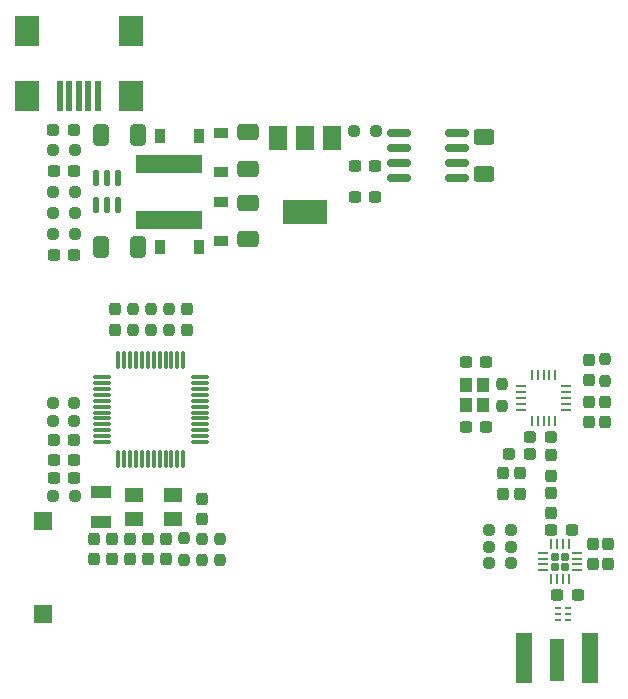
<source format=gtp>
%TF.GenerationSoftware,KiCad,Pcbnew,(6.0.1)*%
%TF.CreationDate,2022-04-28T18:35:21+02:00*%
%TF.ProjectId,STM32_NRF24_Tx,53544d33-325f-44e5-9246-32345f54782e,rev?*%
%TF.SameCoordinates,Original*%
%TF.FileFunction,Paste,Top*%
%TF.FilePolarity,Positive*%
%FSLAX46Y46*%
G04 Gerber Fmt 4.6, Leading zero omitted, Abs format (unit mm)*
G04 Created by KiCad (PCBNEW (6.0.1)) date 2022-04-28 18:35:21*
%MOMM*%
%LPD*%
G01*
G04 APERTURE LIST*
G04 Aperture macros list*
%AMRoundRect*
0 Rectangle with rounded corners*
0 $1 Rounding radius*
0 $2 $3 $4 $5 $6 $7 $8 $9 X,Y pos of 4 corners*
0 Add a 4 corners polygon primitive as box body*
4,1,4,$2,$3,$4,$5,$6,$7,$8,$9,$2,$3,0*
0 Add four circle primitives for the rounded corners*
1,1,$1+$1,$2,$3*
1,1,$1+$1,$4,$5*
1,1,$1+$1,$6,$7*
1,1,$1+$1,$8,$9*
0 Add four rect primitives between the rounded corners*
20,1,$1+$1,$2,$3,$4,$5,0*
20,1,$1+$1,$4,$5,$6,$7,0*
20,1,$1+$1,$6,$7,$8,$9,0*
20,1,$1+$1,$8,$9,$2,$3,0*%
G04 Aperture macros list end*
%ADD10R,1.270000X3.600000*%
%ADD11R,1.350000X4.200000*%
%ADD12RoundRect,0.237500X-0.250000X-0.237500X0.250000X-0.237500X0.250000X0.237500X-0.250000X0.237500X0*%
%ADD13RoundRect,0.237500X0.300000X0.237500X-0.300000X0.237500X-0.300000X-0.237500X0.300000X-0.237500X0*%
%ADD14RoundRect,0.237500X0.237500X-0.300000X0.237500X0.300000X-0.237500X0.300000X-0.237500X-0.300000X0*%
%ADD15RoundRect,0.237500X-0.300000X-0.237500X0.300000X-0.237500X0.300000X0.237500X-0.300000X0.237500X0*%
%ADD16RoundRect,0.250000X-0.650000X0.412500X-0.650000X-0.412500X0.650000X-0.412500X0.650000X0.412500X0*%
%ADD17RoundRect,0.062500X0.162500X0.062500X-0.162500X0.062500X-0.162500X-0.062500X0.162500X-0.062500X0*%
%ADD18RoundRect,0.062500X-0.162500X-0.062500X0.162500X-0.062500X0.162500X0.062500X-0.162500X0.062500X0*%
%ADD19RoundRect,0.237500X0.237500X-0.287500X0.237500X0.287500X-0.237500X0.287500X-0.237500X-0.287500X0*%
%ADD20RoundRect,0.237500X0.250000X0.237500X-0.250000X0.237500X-0.250000X-0.237500X0.250000X-0.237500X0*%
%ADD21R,5.700000X1.600000*%
%ADD22RoundRect,0.237500X-0.287500X-0.237500X0.287500X-0.237500X0.287500X0.237500X-0.287500X0.237500X0*%
%ADD23R,1.500000X1.500000*%
%ADD24RoundRect,0.237500X-0.237500X0.300000X-0.237500X-0.300000X0.237500X-0.300000X0.237500X0.300000X0*%
%ADD25RoundRect,0.250000X-0.625000X0.400000X-0.625000X-0.400000X0.625000X-0.400000X0.625000X0.400000X0*%
%ADD26RoundRect,0.250000X0.412500X0.650000X-0.412500X0.650000X-0.412500X-0.650000X0.412500X-0.650000X0*%
%ADD27RoundRect,0.237500X-0.237500X0.250000X-0.237500X-0.250000X0.237500X-0.250000X0.237500X0.250000X0*%
%ADD28RoundRect,0.062500X-0.062500X0.350000X-0.062500X-0.350000X0.062500X-0.350000X0.062500X0.350000X0*%
%ADD29RoundRect,0.062500X-0.350000X0.062500X-0.350000X-0.062500X0.350000X-0.062500X0.350000X0.062500X0*%
%ADD30R,1.000000X1.150000*%
%ADD31R,1.200000X0.900000*%
%ADD32RoundRect,0.237500X0.237500X-0.250000X0.237500X0.250000X-0.237500X0.250000X-0.237500X-0.250000X0*%
%ADD33R,0.900000X1.200000*%
%ADD34R,0.500000X2.500000*%
%ADD35R,2.000000X2.500000*%
%ADD36R,1.500000X2.000000*%
%ADD37R,3.800000X2.000000*%
%ADD38RoundRect,0.172500X-0.172500X0.172500X-0.172500X-0.172500X0.172500X-0.172500X0.172500X0.172500X0*%
%ADD39RoundRect,0.075000X0.075000X-0.662500X0.075000X0.662500X-0.075000X0.662500X-0.075000X-0.662500X0*%
%ADD40RoundRect,0.075000X0.662500X-0.075000X0.662500X0.075000X-0.662500X0.075000X-0.662500X-0.075000X0*%
%ADD41RoundRect,0.150000X-0.825000X-0.150000X0.825000X-0.150000X0.825000X0.150000X-0.825000X0.150000X0*%
%ADD42R,1.800000X1.000000*%
%ADD43R,1.600000X1.300000*%
%ADD44RoundRect,0.125000X-0.125000X0.587500X-0.125000X-0.587500X0.125000X-0.587500X0.125000X0.587500X0*%
G04 APERTURE END LIST*
D10*
%TO.C,J7*%
X159004000Y-105737000D03*
D11*
X161829000Y-105537000D03*
X156179000Y-105537000D03*
%TD*%
D12*
%TO.C,R14*%
X116299000Y-83947000D03*
X118124000Y-83947000D03*
%TD*%
D13*
%TO.C,C23*%
X153022500Y-85979000D03*
X151297500Y-85979000D03*
%TD*%
D14*
%TO.C,C17*%
X124347000Y-97232000D03*
X124347000Y-95507000D03*
%TD*%
D15*
%TO.C,C5*%
X141899500Y-66548000D03*
X143624500Y-66548000D03*
%TD*%
D16*
%TO.C,C8*%
X132856000Y-67017500D03*
X132856000Y-70142500D03*
%TD*%
D17*
%TO.C,FL1*%
X159102000Y-101354000D03*
D18*
X159102000Y-101854000D03*
X159102000Y-102354000D03*
X159922000Y-102354000D03*
X159922000Y-101854000D03*
X159922000Y-101354000D03*
%TD*%
D19*
%TO.C,L4*%
X158496000Y-90156000D03*
X158496000Y-88406000D03*
%TD*%
D20*
%TO.C,R3*%
X118148500Y-69659500D03*
X116323500Y-69659500D03*
%TD*%
D13*
%TO.C,C30*%
X160755500Y-100203000D03*
X159030500Y-100203000D03*
%TD*%
D20*
%TO.C,R19*%
X155090500Y-94742000D03*
X153265500Y-94742000D03*
%TD*%
D21*
%TO.C,L1*%
X126126000Y-68453500D03*
X126126000Y-63753500D03*
%TD*%
D15*
%TO.C,C22*%
X151297500Y-80518000D03*
X153022500Y-80518000D03*
%TD*%
D14*
%TO.C,C19*%
X121299000Y-97232000D03*
X121299000Y-95507000D03*
%TD*%
%TO.C,C25*%
X154446000Y-91667500D03*
X154446000Y-89942500D03*
%TD*%
D20*
%TO.C,R13*%
X118124000Y-85471000D03*
X116299000Y-85471000D03*
%TD*%
%TO.C,R6*%
X118148500Y-62547500D03*
X116323500Y-62547500D03*
%TD*%
D22*
%TO.C,L3*%
X154954000Y-88265000D03*
X156704000Y-88265000D03*
%TD*%
D15*
%TO.C,C10*%
X116373500Y-71437500D03*
X118098500Y-71437500D03*
%TD*%
D23*
%TO.C,SW1*%
X115482400Y-94017000D03*
X115482400Y-101817000D03*
%TD*%
D14*
%TO.C,C29*%
X162052000Y-97636500D03*
X162052000Y-95911500D03*
%TD*%
%TO.C,C3*%
X161671001Y-85598000D03*
X161671001Y-83873000D03*
%TD*%
D24*
%TO.C,C18*%
X122823000Y-95507000D03*
X122823000Y-97232000D03*
%TD*%
D22*
%TO.C,L2*%
X156732000Y-86868000D03*
X158482000Y-86868000D03*
%TD*%
D25*
%TO.C,R2*%
X152820400Y-61467400D03*
X152820400Y-64567400D03*
%TD*%
D14*
%TO.C,C24*%
X155843000Y-91667500D03*
X155843000Y-89942500D03*
%TD*%
D26*
%TO.C,C12*%
X123497500Y-61277500D03*
X120372500Y-61277500D03*
%TD*%
D20*
%TO.C,R20*%
X155090500Y-97536000D03*
X153265500Y-97536000D03*
%TD*%
%TO.C,R5*%
X118148500Y-67881500D03*
X116323500Y-67881500D03*
%TD*%
D24*
%TO.C,C20*%
X119775000Y-95507000D03*
X119775000Y-97232000D03*
%TD*%
D14*
%TO.C,C4*%
X163068000Y-85598000D03*
X163068000Y-83873000D03*
%TD*%
D27*
%TO.C,R11*%
X130443000Y-95480500D03*
X130443000Y-97305500D03*
%TD*%
D28*
%TO.C,U7*%
X158861000Y-81628500D03*
X158361000Y-81628500D03*
X157861000Y-81628500D03*
X157361000Y-81628500D03*
X156861000Y-81628500D03*
D29*
X155923500Y-82566000D03*
X155923500Y-83066000D03*
X155923500Y-83566000D03*
X155923500Y-84066000D03*
X155923500Y-84566000D03*
D28*
X156861000Y-85503500D03*
X157361000Y-85503500D03*
X157861000Y-85503500D03*
X158361000Y-85503500D03*
X158861000Y-85503500D03*
D29*
X159798500Y-84566000D03*
X159798500Y-84066000D03*
X159798500Y-83566000D03*
X159798500Y-83066000D03*
X159798500Y-82566000D03*
%TD*%
D14*
%TO.C,C31*%
X163322000Y-97636500D03*
X163322000Y-95911500D03*
%TD*%
D13*
%TO.C,C14*%
X118097500Y-90297000D03*
X116372500Y-90297000D03*
%TD*%
D30*
%TO.C,Y3*%
X151333000Y-82437000D03*
X151333000Y-84187000D03*
X152733000Y-84187000D03*
X152733000Y-82437000D03*
%TD*%
D27*
%TO.C,R9*%
X124601000Y-76012000D03*
X124601000Y-77837000D03*
%TD*%
%TO.C,R18*%
X154319000Y-82399500D03*
X154319000Y-84224500D03*
%TD*%
D31*
%TO.C,D8*%
X130570000Y-66930000D03*
X130570000Y-70230000D03*
%TD*%
D14*
%TO.C,C21*%
X161671001Y-82042000D03*
X161671001Y-80317000D03*
%TD*%
D22*
%TO.C,D7*%
X116390123Y-87122000D03*
X118140123Y-87122000D03*
%TD*%
D15*
%TO.C,C13*%
X116372500Y-88773000D03*
X118097500Y-88773000D03*
%TD*%
D20*
%TO.C,R4*%
X118148500Y-66103500D03*
X116323500Y-66103500D03*
%TD*%
D32*
%TO.C,R10*%
X127395000Y-97282000D03*
X127395000Y-95457000D03*
%TD*%
D16*
%TO.C,C7*%
X132856000Y-61073500D03*
X132856000Y-64198500D03*
%TD*%
D31*
%TO.C,D3*%
X130570000Y-61088000D03*
X130570000Y-64388000D03*
%TD*%
D13*
%TO.C,C11*%
X118098500Y-64325500D03*
X116373500Y-64325500D03*
%TD*%
%TO.C,C6*%
X143624500Y-63881000D03*
X141899500Y-63881000D03*
%TD*%
D33*
%TO.C,D2*%
X128665000Y-70802500D03*
X125365000Y-70802500D03*
%TD*%
D26*
%TO.C,C9*%
X123497500Y-70802500D03*
X120372500Y-70802500D03*
%TD*%
D34*
%TO.C,J5*%
X120105000Y-57972000D03*
X119305000Y-57972000D03*
X118505000Y-57972000D03*
X117705000Y-57972000D03*
X116905000Y-57972000D03*
D35*
X122905000Y-57972000D03*
X122905000Y-52472000D03*
X114105000Y-57972000D03*
X114105000Y-52472000D03*
%TD*%
D22*
%TO.C,D4*%
X116361000Y-60896500D03*
X118111000Y-60896500D03*
%TD*%
D36*
%TO.C,U3*%
X139982000Y-61518000D03*
D37*
X137682000Y-67818000D03*
D36*
X137682000Y-61518000D03*
X135382000Y-61518000D03*
%TD*%
D12*
%TO.C,R21*%
X153279500Y-96139000D03*
X155104500Y-96139000D03*
%TD*%
D27*
%TO.C,R8*%
X123077000Y-76012000D03*
X123077000Y-77837000D03*
%TD*%
D38*
%TO.C,U8*%
X159683000Y-96984000D03*
X158833000Y-97834000D03*
X159683000Y-97834000D03*
X158833000Y-96984000D03*
D28*
X160008000Y-95946500D03*
X159508000Y-95946500D03*
X159008000Y-95946500D03*
X158508000Y-95946500D03*
D29*
X157795500Y-96659000D03*
X157795500Y-97159000D03*
X157795500Y-97659000D03*
X157795500Y-98159000D03*
D28*
X158508000Y-98871500D03*
X159008000Y-98871500D03*
X159508000Y-98871500D03*
X160008000Y-98871500D03*
D29*
X160720500Y-98159000D03*
X160720500Y-97659000D03*
X160720500Y-97159000D03*
X160720500Y-96659000D03*
%TD*%
D39*
%TO.C,U5*%
X121851000Y-88707000D03*
X122351000Y-88707000D03*
X122851000Y-88707000D03*
X123351000Y-88707000D03*
X123851000Y-88707000D03*
X124351000Y-88707000D03*
X124851000Y-88707000D03*
X125351000Y-88707000D03*
X125851000Y-88707000D03*
X126351000Y-88707000D03*
X126851000Y-88707000D03*
X127351000Y-88707000D03*
D40*
X128763500Y-87294500D03*
X128763500Y-86794500D03*
X128763500Y-86294500D03*
X128763500Y-85794500D03*
X128763500Y-85294500D03*
X128763500Y-84794500D03*
X128763500Y-84294500D03*
X128763500Y-83794500D03*
X128763500Y-83294500D03*
X128763500Y-82794500D03*
X128763500Y-82294500D03*
X128763500Y-81794500D03*
D39*
X127351000Y-80382000D03*
X126851000Y-80382000D03*
X126351000Y-80382000D03*
X125851000Y-80382000D03*
X125351000Y-80382000D03*
X124851000Y-80382000D03*
X124351000Y-80382000D03*
X123851000Y-80382000D03*
X123351000Y-80382000D03*
X122851000Y-80382000D03*
X122351000Y-80382000D03*
X121851000Y-80382000D03*
D40*
X120438500Y-81794500D03*
X120438500Y-82294500D03*
X120438500Y-82794500D03*
X120438500Y-83294500D03*
X120438500Y-83794500D03*
X120438500Y-84294500D03*
X120438500Y-84794500D03*
X120438500Y-85294500D03*
X120438500Y-85794500D03*
X120438500Y-86294500D03*
X120438500Y-86794500D03*
X120438500Y-87294500D03*
%TD*%
D24*
%TO.C,C15*%
X127649000Y-76062000D03*
X127649000Y-77787000D03*
%TD*%
D41*
%TO.C,U2*%
X145621000Y-61087000D03*
X145621000Y-62357000D03*
X145621000Y-63627000D03*
X145621000Y-64897000D03*
X150571000Y-64897000D03*
X150571000Y-63627000D03*
X150571000Y-62357000D03*
X150571000Y-61087000D03*
%TD*%
D14*
%TO.C,C16*%
X125871000Y-97232000D03*
X125871000Y-95507000D03*
%TD*%
%TO.C,C34*%
X128919000Y-93803000D03*
X128919000Y-92078000D03*
%TD*%
D32*
%TO.C,R17*%
X163068000Y-82092000D03*
X163068000Y-80267000D03*
%TD*%
D24*
%TO.C,C33*%
X121553000Y-76062000D03*
X121553000Y-77787000D03*
%TD*%
D42*
%TO.C,Y2*%
X120410000Y-94063500D03*
X120410000Y-91563500D03*
%TD*%
D32*
%TO.C,R12*%
X128919000Y-97305500D03*
X128919000Y-95480500D03*
%TD*%
D33*
%TO.C,D1*%
X128665000Y-61404500D03*
X125365000Y-61404500D03*
%TD*%
D43*
%TO.C,Y1*%
X126505000Y-91813500D03*
X123205000Y-91813500D03*
X123205000Y-93813500D03*
X126505000Y-93813500D03*
%TD*%
D24*
%TO.C,C26*%
X158496000Y-91593500D03*
X158496000Y-93318500D03*
%TD*%
D20*
%TO.C,R1*%
X143674500Y-60960000D03*
X141849500Y-60960000D03*
%TD*%
D27*
%TO.C,R7*%
X126125000Y-76012000D03*
X126125000Y-77837000D03*
%TD*%
D12*
%TO.C,R15*%
X116322500Y-91821000D03*
X118147500Y-91821000D03*
%TD*%
D13*
%TO.C,C27*%
X160247500Y-94742000D03*
X158522500Y-94742000D03*
%TD*%
D44*
%TO.C,U4*%
X121869000Y-64966000D03*
X120919000Y-64966000D03*
X119969000Y-64966000D03*
X119969000Y-67241000D03*
X120919000Y-67241000D03*
X121869000Y-67241000D03*
%TD*%
M02*

</source>
